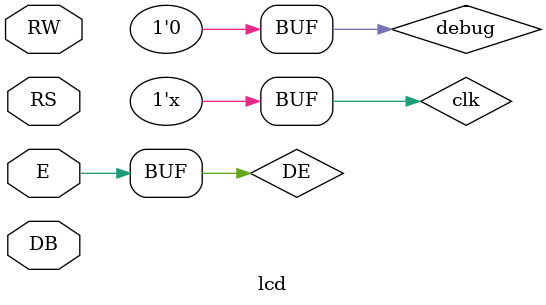
<source format=v>
/*
 * lcd.v
 * Copyright (C) 2020  Krzysztof Mazur <krzysiek@podlesie.net>
 *
 * This program is free software; you can redistribute it and/or modify
 * it under the terms of the GNU General Public License as published by
 * the Free Software Foundation; either version 2 of the License, or
 * (at your option) any later version.
 */
`timescale 1ns / 1ns

module lcd(E, RS, RW, DB);
input E;
input RS;
input RW;
inout [7:0] DB;

parameter CLEAR_DISPLAY = 8'h01;
parameter RETURN_CURSOR_HOME = 8'h02;
parameter ENTRY_MODE_SET = 8'h04;
parameter DISPLAY_ON_OFF = 8'h08;
parameter CURSOR_AND_DISPLAY = 8'h10;
parameter FUNCTION_SET = 8'h20;
parameter SET_CG_RAM_ADDRESS = 8'h40;
parameter SET_DD_RAM_ADDRESS = 8'h80;

reg [7:0] data[0:127];

reg debug = 0;
always @(posedge E) begin
	if (debug)
		$display("RW: %d RS: %d DB=%h", RW, RS, DB);
end

integer i;
always @(posedge E) begin
	if (RW == 0 && RS == 0 && DB == CLEAR_DISPLAY) begin
		for (i = 0; i < 128; i = i + 1)
			data[i] = 8'h20;
	end else if (RW == 0 && RS == 1) begin
		data[cursor] <= DB;
	end
end

reg dirty = 0;
always @(posedge E) begin
	if (RW == 0 && RS == 0 && DB == CLEAR_DISPLAY)
		dirty <= 1;
	else if (RW == 0 && RS == 1)
		dirty <= 1;
	else
		dirty <= dirty;
end

reg auto_increment = 0;
always @(posedge E) begin
	if (RW == 0 && RS == 0 && DB[7:2] == ENTRY_MODE_SET[7:2])
		auto_increment <= DB[1];
	else
		auto_increment <= auto_increment;
end

reg [6:0] cursor = 0;
always @(posedge E) begin
	if (RW == 0 && RS == 0 && DB == CLEAR_DISPLAY)
		cursor <= 0;
	else if (RW == 0 && RS == 0 && DB[7:1] == RETURN_CURSOR_HOME[7:1])
		cursor <= 0;
	else if (RW == 0 && RS == 0 && DB[7] == SET_DD_RAM_ADDRESS[7])
		cursor <= DB[6:0];
	else if (RW == 0 && RS == 1 && auto_increment)
		cursor <= cursor + 1;
	else if (RW == 0 && RS == 1 && !auto_increment)
		cursor <= cursor - 1;
	else
		cursor <= cursor;
end

reg clk = 0;
always #10000000 clk = !clk;

integer j;
always @(posedge clk) begin
	if (dirty) begin
		$display("**********************");
		$write("*");
		for (j = 0; j < 20; j = j + 1)
			$write("%c", data[j]);
		$display("*");
		$write("*");
		for (j = 64; j < 64 + 20; j = j + 1)
			$write("%c", data[j]);
		$display("*");
		$display("**********************");
		dirty <= 0;
	end
end

always @(RW) begin
	if (E)
		$display("lcd: timing violation: RW must be constant,",
			" while E is active");
end

always @(RS) begin
	if (E)
		$display("lcd: timing violation: RS must be constant,",
			" while E is active");
end

always @(DB) begin
	if (E)
		$display("lcd: timing violation: DB must be constant,",
			" while E is active");
end

wire DE;
assign #1 DE = E;

specify
	specparam tsetup = 40;
	specparam thold = 10;

	$width(posedge E, 230);
	$width(negedge E, 1000);

	$setup(RS, posedge E, tsetup);
	$hold(negedge E, RS, thold);
	$setup(RS, posedge DE, 2);
	$setup(RS, negedge DE, 2);
	
	$setup(RW, posedge E, tsetup);
	$hold(negedge E, RW, thold);
	$setup(RW, posedge DE, 2);
	$setup(RW, negedge DE, 2);
	
	$setup(DB, posedge E, tsetup);
	$hold(negedge E, DB, thold);
	$setup(DB, posedge DE, 2);
	$setup(DB, negedge DE, 2);
endspecify

endmodule

</source>
